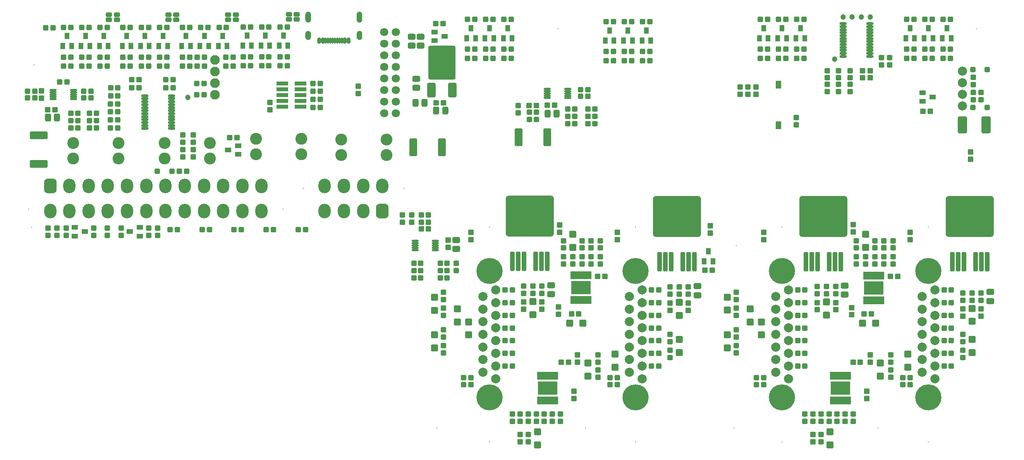
<source format=gbs>
G04*
G04 #@! TF.GenerationSoftware,Altium Limited,Altium Designer,24.3.1 (35)*
G04*
G04 Layer_Color=16711935*
%FSLAX25Y25*%
%MOIN*%
G70*
G04*
G04 #@! TF.SameCoordinates,03FD84D8-87D8-4BCB-B200-23DCDFDCD728*
G04*
G04*
G04 #@! TF.FilePolarity,Negative*
G04*
G01*
G75*
G04:AMPARAMS|DCode=37|XSize=47.37mil|YSize=45.4mil|CornerRadius=8.68mil|HoleSize=0mil|Usage=FLASHONLY|Rotation=270.000|XOffset=0mil|YOffset=0mil|HoleType=Round|Shape=RoundedRectangle|*
%AMROUNDEDRECTD37*
21,1,0.04737,0.02805,0,0,270.0*
21,1,0.03002,0.04540,0,0,270.0*
1,1,0.01735,-0.01403,-0.01501*
1,1,0.01735,-0.01403,0.01501*
1,1,0.01735,0.01403,0.01501*
1,1,0.01735,0.01403,-0.01501*
%
%ADD37ROUNDEDRECTD37*%
%ADD38C,0.04737*%
G04:AMPARAMS|DCode=39|XSize=47.37mil|YSize=47.37mil|CornerRadius=8.92mil|HoleSize=0mil|Usage=FLASHONLY|Rotation=90.000|XOffset=0mil|YOffset=0mil|HoleType=Round|Shape=RoundedRectangle|*
%AMROUNDEDRECTD39*
21,1,0.04737,0.02953,0,0,90.0*
21,1,0.02953,0.04737,0,0,90.0*
1,1,0.01784,0.01476,0.01476*
1,1,0.01784,0.01476,-0.01476*
1,1,0.01784,-0.01476,-0.01476*
1,1,0.01784,-0.01476,0.01476*
%
%ADD39ROUNDEDRECTD39*%
G04:AMPARAMS|DCode=43|XSize=47.37mil|YSize=47.37mil|CornerRadius=8.92mil|HoleSize=0mil|Usage=FLASHONLY|Rotation=0.000|XOffset=0mil|YOffset=0mil|HoleType=Round|Shape=RoundedRectangle|*
%AMROUNDEDRECTD43*
21,1,0.04737,0.02953,0,0,0.0*
21,1,0.02953,0.04737,0,0,0.0*
1,1,0.01784,0.01476,-0.01476*
1,1,0.01784,-0.01476,-0.01476*
1,1,0.01784,-0.01476,0.01476*
1,1,0.01784,0.01476,0.01476*
%
%ADD43ROUNDEDRECTD43*%
G04:AMPARAMS|DCode=44|XSize=65.09mil|YSize=51.31mil|CornerRadius=9.41mil|HoleSize=0mil|Usage=FLASHONLY|Rotation=0.000|XOffset=0mil|YOffset=0mil|HoleType=Round|Shape=RoundedRectangle|*
%AMROUNDEDRECTD44*
21,1,0.06509,0.03248,0,0,0.0*
21,1,0.04626,0.05131,0,0,0.0*
1,1,0.01883,0.02313,-0.01624*
1,1,0.01883,-0.02313,-0.01624*
1,1,0.01883,-0.02313,0.01624*
1,1,0.01883,0.02313,0.01624*
%
%ADD44ROUNDEDRECTD44*%
G04:AMPARAMS|DCode=49|XSize=47.37mil|YSize=45.4mil|CornerRadius=8.68mil|HoleSize=0mil|Usage=FLASHONLY|Rotation=180.000|XOffset=0mil|YOffset=0mil|HoleType=Round|Shape=RoundedRectangle|*
%AMROUNDEDRECTD49*
21,1,0.04737,0.02805,0,0,180.0*
21,1,0.03002,0.04540,0,0,180.0*
1,1,0.01735,-0.01501,0.01403*
1,1,0.01735,0.01501,0.01403*
1,1,0.01735,0.01501,-0.01403*
1,1,0.01735,-0.01501,-0.01403*
%
%ADD49ROUNDEDRECTD49*%
%ADD50R,0.05524X0.03950*%
G04:AMPARAMS|DCode=51|XSize=39.5mil|YSize=51.31mil|CornerRadius=7.94mil|HoleSize=0mil|Usage=FLASHONLY|Rotation=90.000|XOffset=0mil|YOffset=0mil|HoleType=Round|Shape=RoundedRectangle|*
%AMROUNDEDRECTD51*
21,1,0.03950,0.03543,0,0,90.0*
21,1,0.02362,0.05131,0,0,90.0*
1,1,0.01587,0.01772,0.01181*
1,1,0.01587,0.01772,-0.01181*
1,1,0.01587,-0.01772,-0.01181*
1,1,0.01587,-0.01772,0.01181*
%
%ADD51ROUNDEDRECTD51*%
G04:AMPARAMS|DCode=52|XSize=65.09mil|YSize=51.31mil|CornerRadius=9.41mil|HoleSize=0mil|Usage=FLASHONLY|Rotation=270.000|XOffset=0mil|YOffset=0mil|HoleType=Round|Shape=RoundedRectangle|*
%AMROUNDEDRECTD52*
21,1,0.06509,0.03248,0,0,270.0*
21,1,0.04626,0.05131,0,0,270.0*
1,1,0.01883,-0.01624,-0.02313*
1,1,0.01883,-0.01624,0.02313*
1,1,0.01883,0.01624,0.02313*
1,1,0.01883,0.01624,-0.02313*
%
%ADD52ROUNDEDRECTD52*%
%ADD56C,0.08280*%
%ADD57C,0.07887*%
%ADD58C,0.22453*%
%ADD59C,0.00800*%
%ADD60O,0.10642X0.12611*%
G04:AMPARAMS|DCode=61|XSize=106.42mil|YSize=126.11mil|CornerRadius=28.61mil|HoleSize=0mil|Usage=FLASHONLY|Rotation=0.000|XOffset=0mil|YOffset=0mil|HoleType=Round|Shape=RoundedRectangle|*
%AMROUNDEDRECTD61*
21,1,0.10642,0.06890,0,0,0.0*
21,1,0.04921,0.12611,0,0,0.0*
1,1,0.05721,0.02461,-0.03445*
1,1,0.05721,-0.02461,-0.03445*
1,1,0.05721,-0.02461,0.03445*
1,1,0.05721,0.02461,0.03445*
%
%ADD61ROUNDEDRECTD61*%
%ADD62C,0.07099*%
%ADD63C,0.10249*%
G04:AMPARAMS|DCode=100|XSize=31.62mil|YSize=51.31mil|CornerRadius=9.91mil|HoleSize=0mil|Usage=FLASHONLY|Rotation=0.000|XOffset=0mil|YOffset=0mil|HoleType=Round|Shape=RoundedRectangle|*
%AMROUNDEDRECTD100*
21,1,0.03162,0.03150,0,0,0.0*
21,1,0.01181,0.05131,0,0,0.0*
1,1,0.01981,0.00591,-0.01575*
1,1,0.01981,-0.00591,-0.01575*
1,1,0.01981,-0.00591,0.01575*
1,1,0.01981,0.00591,0.01575*
%
%ADD100ROUNDEDRECTD100*%
G04:AMPARAMS|DCode=101|XSize=19.81mil|YSize=51.31mil|CornerRadius=6.95mil|HoleSize=0mil|Usage=FLASHONLY|Rotation=0.000|XOffset=0mil|YOffset=0mil|HoleType=Round|Shape=RoundedRectangle|*
%AMROUNDEDRECTD101*
21,1,0.01981,0.03740,0,0,0.0*
21,1,0.00591,0.05131,0,0,0.0*
1,1,0.01391,0.00295,-0.01870*
1,1,0.01391,-0.00295,-0.01870*
1,1,0.01391,-0.00295,0.01870*
1,1,0.01391,0.00295,0.01870*
%
%ADD101ROUNDEDRECTD101*%
%ADD102O,0.06115X0.01981*%
G04:AMPARAMS|DCode=103|XSize=61.15mil|YSize=57.21mil|CornerRadius=8.92mil|HoleSize=0mil|Usage=FLASHONLY|Rotation=90.000|XOffset=0mil|YOffset=0mil|HoleType=Round|Shape=RoundedRectangle|*
%AMROUNDEDRECTD103*
21,1,0.06115,0.03937,0,0,90.0*
21,1,0.04331,0.05721,0,0,90.0*
1,1,0.01784,0.01968,0.02165*
1,1,0.01784,0.01968,-0.02165*
1,1,0.01784,-0.01968,-0.02165*
1,1,0.01784,-0.01968,0.02165*
%
%ADD103ROUNDEDRECTD103*%
G04:AMPARAMS|DCode=104|XSize=61.15mil|YSize=57.21mil|CornerRadius=8.92mil|HoleSize=0mil|Usage=FLASHONLY|Rotation=180.000|XOffset=0mil|YOffset=0mil|HoleType=Round|Shape=RoundedRectangle|*
%AMROUNDEDRECTD104*
21,1,0.06115,0.03937,0,0,180.0*
21,1,0.04331,0.05721,0,0,180.0*
1,1,0.01784,-0.02165,0.01968*
1,1,0.01784,0.02165,0.01968*
1,1,0.01784,0.02165,-0.01968*
1,1,0.01784,-0.02165,-0.01968*
%
%ADD104ROUNDEDRECTD104*%
%ADD105R,0.02572X0.06804*%
%ADD106R,0.16942X0.11627*%
%ADD107R,0.03950X0.05524*%
G04:AMPARAMS|DCode=108|XSize=45.4mil|YSize=43.43mil|CornerRadius=6.66mil|HoleSize=0mil|Usage=FLASHONLY|Rotation=90.000|XOffset=0mil|YOffset=0mil|HoleType=Round|Shape=RoundedRectangle|*
%AMROUNDEDRECTD108*
21,1,0.04540,0.03012,0,0,90.0*
21,1,0.03209,0.04343,0,0,90.0*
1,1,0.01332,0.01506,0.01604*
1,1,0.01332,0.01506,-0.01604*
1,1,0.01332,-0.01506,-0.01604*
1,1,0.01332,-0.01506,0.01604*
%
%ADD108ROUNDEDRECTD108*%
%ADD109O,0.06312X0.02572*%
G04:AMPARAMS|DCode=110|XSize=153.67mil|YSize=67.06mil|CornerRadius=11.38mil|HoleSize=0mil|Usage=FLASHONLY|Rotation=180.000|XOffset=0mil|YOffset=0mil|HoleType=Round|Shape=RoundedRectangle|*
%AMROUNDEDRECTD110*
21,1,0.15367,0.04429,0,0,180.0*
21,1,0.13091,0.06706,0,0,180.0*
1,1,0.02276,-0.06545,0.02215*
1,1,0.02276,0.06545,0.02215*
1,1,0.02276,0.06545,-0.02215*
1,1,0.02276,-0.06545,-0.02215*
%
%ADD110ROUNDEDRECTD110*%
%ADD111R,0.10249X0.03792*%
%ADD112R,0.05131X0.06706*%
G04:AMPARAMS|DCode=113|XSize=153.67mil|YSize=67.06mil|CornerRadius=11.38mil|HoleSize=0mil|Usage=FLASHONLY|Rotation=90.000|XOffset=0mil|YOffset=0mil|HoleType=Round|Shape=RoundedRectangle|*
%AMROUNDEDRECTD113*
21,1,0.15367,0.04429,0,0,90.0*
21,1,0.13091,0.06706,0,0,90.0*
1,1,0.02276,0.02215,0.06545*
1,1,0.02276,0.02215,-0.06545*
1,1,0.02276,-0.02215,-0.06545*
1,1,0.02276,-0.02215,0.06545*
%
%ADD113ROUNDEDRECTD113*%
G04:AMPARAMS|DCode=114|XSize=145.8mil|YSize=78.08mil|CornerRadius=12.76mil|HoleSize=0mil|Usage=FLASHONLY|Rotation=90.000|XOffset=0mil|YOffset=0mil|HoleType=Round|Shape=RoundedRectangle|*
%AMROUNDEDRECTD114*
21,1,0.14580,0.05256,0,0,90.0*
21,1,0.12028,0.07808,0,0,90.0*
1,1,0.02552,0.02628,0.06014*
1,1,0.02552,0.02628,-0.06014*
1,1,0.02552,-0.02628,-0.06014*
1,1,0.02552,-0.02628,0.06014*
%
%ADD114ROUNDEDRECTD114*%
G04:AMPARAMS|DCode=115|XSize=413.51mil|YSize=350.52mil|CornerRadius=21.13mil|HoleSize=0mil|Usage=FLASHONLY|Rotation=0.000|XOffset=0mil|YOffset=0mil|HoleType=Round|Shape=RoundedRectangle|*
%AMROUNDEDRECTD115*
21,1,0.41351,0.30827,0,0,0.0*
21,1,0.37126,0.35052,0,0,0.0*
1,1,0.04225,0.18563,-0.15413*
1,1,0.04225,-0.18563,-0.15413*
1,1,0.04225,-0.18563,0.15413*
1,1,0.04225,0.18563,0.15413*
%
%ADD115ROUNDEDRECTD115*%
G04:AMPARAMS|DCode=116|XSize=41.47mil|YSize=169.42mil|CornerRadius=12.37mil|HoleSize=0mil|Usage=FLASHONLY|Rotation=0.000|XOffset=0mil|YOffset=0mil|HoleType=Round|Shape=RoundedRectangle|*
%AMROUNDEDRECTD116*
21,1,0.04147,0.14469,0,0,0.0*
21,1,0.01673,0.16942,0,0,0.0*
1,1,0.02473,0.00837,-0.07234*
1,1,0.02473,-0.00837,-0.07234*
1,1,0.02473,-0.00837,0.07234*
1,1,0.02473,0.00837,0.07234*
%
%ADD116ROUNDEDRECTD116*%
G04:AMPARAMS|DCode=117|XSize=236.35mil|YSize=291.47mil|CornerRadius=15.42mil|HoleSize=0mil|Usage=FLASHONLY|Rotation=0.000|XOffset=0mil|YOffset=0mil|HoleType=Round|Shape=RoundedRectangle|*
%AMROUNDEDRECTD117*
21,1,0.23635,0.26063,0,0,0.0*
21,1,0.20551,0.29147,0,0,0.0*
1,1,0.03084,0.10276,-0.13031*
1,1,0.03084,-0.10276,-0.13031*
1,1,0.03084,-0.10276,0.13031*
1,1,0.03084,0.10276,0.13031*
%
%ADD117ROUNDEDRECTD117*%
G04:AMPARAMS|DCode=118|XSize=70.99mil|YSize=126.11mil|CornerRadius=11.87mil|HoleSize=0mil|Usage=FLASHONLY|Rotation=0.000|XOffset=0mil|YOffset=0mil|HoleType=Round|Shape=RoundedRectangle|*
%AMROUNDEDRECTD118*
21,1,0.07099,0.10236,0,0,0.0*
21,1,0.04724,0.12611,0,0,0.0*
1,1,0.02375,0.02362,-0.05118*
1,1,0.02375,-0.02362,-0.05118*
1,1,0.02375,-0.02362,0.05118*
1,1,0.02375,0.02362,0.05118*
%
%ADD118ROUNDEDRECTD118*%
%ADD119C,0.03556*%
G36*
X253588Y358271D02*
X253712Y358281D01*
X253834Y358297D01*
X253956Y358319D01*
X254076Y358348D01*
X254194Y358383D01*
X254311Y358425D01*
X254425Y358472D01*
X254537Y358525D01*
X254646Y358584D01*
X254751Y358649D01*
X254853Y358719D01*
X254951Y358794D01*
X255045Y358875D01*
X255135Y358960D01*
X255220Y359049D01*
X255300Y359143D01*
X255376Y359242D01*
X255446Y359343D01*
X255510Y359449D01*
X255569Y359558D01*
X255623Y359669D01*
X255670Y359783D01*
X255711Y359900D01*
X255746Y360018D01*
X255775Y360139D01*
X255798Y360260D01*
X255814Y360383D01*
X255823Y360506D01*
X255827Y360630D01*
Y363779D01*
X255823Y363903D01*
X255814Y364026D01*
X255798Y364149D01*
X255775Y364271D01*
X255746Y364391D01*
X255711Y364510D01*
X255670Y364626D01*
X255623Y364740D01*
X255569Y364852D01*
X255510Y364961D01*
X255446Y365066D01*
X255376Y365168D01*
X255300Y365266D01*
X255220Y365360D01*
X255135Y365450D01*
X255045Y365535D01*
X254951Y365615D01*
X254853Y365691D01*
X254751Y365761D01*
X254646Y365825D01*
X254537Y365884D01*
X254425Y365937D01*
X254311Y365985D01*
X254194Y366026D01*
X254076Y366061D01*
X253956Y366090D01*
X253834Y366113D01*
X253712Y366129D01*
X253588Y366139D01*
X253465Y366142D01*
X253341Y366139D01*
X253218Y366129D01*
X253095Y366113D01*
X252973Y366090D01*
X252853Y366061D01*
X252735Y366026D01*
X252618Y365985D01*
X252504Y365937D01*
X252392Y365884D01*
X252283Y365825D01*
X252178Y365761D01*
X252076Y365691D01*
X251978Y365615D01*
X251884Y365535D01*
X251794Y365450D01*
X251709Y365360D01*
X251629Y365266D01*
X251554Y365168D01*
X251483Y365066D01*
X251419Y364961D01*
X251360Y364852D01*
X251307Y364740D01*
X251259Y364626D01*
X251218Y364510D01*
X251183Y364391D01*
X251154Y364271D01*
X251131Y364149D01*
X251115Y364026D01*
X251106Y363903D01*
X251102Y363779D01*
Y360630D01*
X251106Y360506D01*
X251115Y360383D01*
X251131Y360260D01*
X251154Y360139D01*
X251183Y360019D01*
X251218Y359900D01*
X251259Y359783D01*
X251307Y359669D01*
X251360Y359558D01*
X251419Y359449D01*
X251483Y359343D01*
X251554Y359241D01*
X251629Y359143D01*
X251709Y359049D01*
X251794Y358960D01*
X251884Y358875D01*
X251978Y358794D01*
X252076Y358719D01*
X252178Y358649D01*
X252283Y358584D01*
X252392Y358525D01*
X252504Y358472D01*
X252618Y358425D01*
X252735Y358383D01*
X252853Y358348D01*
X252973Y358319D01*
X253095Y358297D01*
X253218Y358281D01*
X253341Y358271D01*
X253465Y358268D01*
X253588Y358271D01*
D02*
G37*
G36*
Y373232D02*
X253712Y373241D01*
X253834Y373257D01*
X253956Y373280D01*
X254076Y373309D01*
X254194Y373344D01*
X254311Y373385D01*
X254425Y373433D01*
X254537Y373486D01*
X254646Y373545D01*
X254751Y373609D01*
X254853Y373679D01*
X254951Y373755D01*
X255045Y373835D01*
X255135Y373920D01*
X255220Y374010D01*
X255300Y374104D01*
X255376Y374202D01*
X255446Y374304D01*
X255510Y374409D01*
X255569Y374518D01*
X255623Y374630D01*
X255670Y374744D01*
X255711Y374861D01*
X255746Y374979D01*
X255775Y375099D01*
X255798Y375221D01*
X255814Y375344D01*
X255823Y375467D01*
X255827Y375591D01*
Y380315D01*
X255823Y380439D01*
X255814Y380562D01*
X255798Y380684D01*
X255775Y380806D01*
X255746Y380926D01*
X255711Y381045D01*
X255670Y381161D01*
X255623Y381276D01*
X255569Y381387D01*
X255510Y381496D01*
X255446Y381602D01*
X255376Y381703D01*
X255300Y381802D01*
X255220Y381896D01*
X255135Y381985D01*
X255045Y382070D01*
X254951Y382151D01*
X254853Y382226D01*
X254751Y382296D01*
X254646Y382361D01*
X254537Y382420D01*
X254425Y382473D01*
X254311Y382520D01*
X254194Y382561D01*
X254076Y382597D01*
X253956Y382626D01*
X253834Y382648D01*
X253712Y382664D01*
X253588Y382674D01*
X253465Y382677D01*
X253341Y382674D01*
X253218Y382664D01*
X253095Y382648D01*
X252973Y382626D01*
X252853Y382597D01*
X252735Y382561D01*
X252618Y382520D01*
X252504Y382473D01*
X252392Y382420D01*
X252284Y382361D01*
X252178Y382296D01*
X252076Y382226D01*
X251978Y382151D01*
X251884Y382070D01*
X251794Y381985D01*
X251709Y381896D01*
X251629Y381802D01*
X251554Y381703D01*
X251483Y381602D01*
X251419Y381496D01*
X251360Y381387D01*
X251307Y381276D01*
X251259Y381161D01*
X251218Y381045D01*
X251183Y380926D01*
X251154Y380806D01*
X251131Y380684D01*
X251115Y380562D01*
X251106Y380439D01*
X251102Y380315D01*
Y375591D01*
X251106Y375467D01*
X251115Y375344D01*
X251131Y375221D01*
X251154Y375099D01*
X251183Y374979D01*
X251218Y374861D01*
X251259Y374744D01*
X251307Y374630D01*
X251360Y374518D01*
X251419Y374409D01*
X251483Y374304D01*
X251554Y374202D01*
X251629Y374104D01*
X251709Y374010D01*
X251794Y373920D01*
X251884Y373835D01*
X251978Y373755D01*
X252076Y373679D01*
X252178Y373609D01*
X252283Y373545D01*
X252392Y373486D01*
X252504Y373433D01*
X252618Y373385D01*
X252735Y373344D01*
X252853Y373309D01*
X252973Y373280D01*
X253095Y373257D01*
X253218Y373241D01*
X253341Y373232D01*
X253465Y373228D01*
X253588Y373232D01*
D02*
G37*
G36*
X297840Y358271D02*
X297964Y358281D01*
X298086Y358297D01*
X298208Y358319D01*
X298328Y358348D01*
X298446Y358383D01*
X298563Y358425D01*
X298677Y358472D01*
X298789Y358525D01*
X298898Y358584D01*
X299003Y358649D01*
X299105Y358719D01*
X299203Y358794D01*
X299297Y358875D01*
X299387Y358960D01*
X299472Y359049D01*
X299552Y359143D01*
X299628Y359242D01*
X299698Y359343D01*
X299762Y359449D01*
X299821Y359558D01*
X299874Y359669D01*
X299922Y359783D01*
X299963Y359900D01*
X299998Y360019D01*
X300027Y360139D01*
X300050Y360260D01*
X300066Y360383D01*
X300076Y360506D01*
X300079Y360630D01*
Y363779D01*
X300076Y363903D01*
X300066Y364026D01*
X300050Y364149D01*
X300027Y364271D01*
X299998Y364391D01*
X299963Y364510D01*
X299922Y364626D01*
X299874Y364740D01*
X299821Y364852D01*
X299762Y364961D01*
X299698Y365066D01*
X299628Y365168D01*
X299552Y365266D01*
X299472Y365360D01*
X299387Y365450D01*
X299297Y365535D01*
X299203Y365615D01*
X299105Y365691D01*
X299003Y365761D01*
X298898Y365825D01*
X298789Y365884D01*
X298677Y365937D01*
X298563Y365985D01*
X298446Y366026D01*
X298328Y366061D01*
X298208Y366090D01*
X298086Y366113D01*
X297964Y366129D01*
X297840Y366139D01*
X297716Y366142D01*
X297593Y366139D01*
X297470Y366129D01*
X297347Y366113D01*
X297225Y366090D01*
X297105Y366061D01*
X296987Y366026D01*
X296870Y365985D01*
X296756Y365937D01*
X296644Y365884D01*
X296535Y365825D01*
X296430Y365761D01*
X296328Y365691D01*
X296230Y365615D01*
X296136Y365535D01*
X296046Y365450D01*
X295961Y365360D01*
X295881Y365266D01*
X295806Y365168D01*
X295735Y365066D01*
X295671Y364961D01*
X295612Y364852D01*
X295559Y364740D01*
X295511Y364626D01*
X295470Y364510D01*
X295435Y364391D01*
X295406Y364271D01*
X295383Y364149D01*
X295367Y364026D01*
X295358Y363903D01*
X295354Y363779D01*
X295354Y360630D01*
X295358Y360506D01*
X295367Y360383D01*
X295383Y360260D01*
X295406Y360139D01*
X295435Y360019D01*
X295470Y359900D01*
X295511Y359783D01*
X295559Y359669D01*
X295612Y359558D01*
X295671Y359449D01*
X295735Y359343D01*
X295806Y359242D01*
X295881Y359143D01*
X295961Y359049D01*
X296046Y358960D01*
X296136Y358875D01*
X296230Y358794D01*
X296328Y358719D01*
X296430Y358649D01*
X296535Y358584D01*
X296644Y358525D01*
X296756Y358472D01*
X296870Y358425D01*
X296987Y358383D01*
X297105Y358348D01*
X297225Y358319D01*
X297347Y358297D01*
X297470Y358281D01*
X297593Y358271D01*
X297716Y358268D01*
X297840Y358271D01*
D02*
G37*
G36*
Y373232D02*
X297964Y373241D01*
X298086Y373257D01*
X298208Y373280D01*
X298328Y373309D01*
X298446Y373344D01*
X298563Y373385D01*
X298677Y373433D01*
X298789Y373486D01*
X298898Y373545D01*
X299003Y373609D01*
X299105Y373679D01*
X299203Y373755D01*
X299297Y373835D01*
X299387Y373920D01*
X299472Y374010D01*
X299552Y374104D01*
X299628Y374202D01*
X299698Y374304D01*
X299762Y374409D01*
X299821Y374518D01*
X299874Y374630D01*
X299922Y374744D01*
X299963Y374861D01*
X299998Y374979D01*
X300027Y375099D01*
X300050Y375221D01*
X300066Y375344D01*
X300076Y375467D01*
X300079Y375591D01*
Y377953D01*
X300079Y380315D01*
X300076Y380439D01*
X300066Y380562D01*
X300050Y380684D01*
X300027Y380806D01*
X299998Y380926D01*
X299963Y381045D01*
X299922Y381161D01*
X299874Y381276D01*
X299821Y381387D01*
X299762Y381496D01*
X299698Y381602D01*
X299628Y381703D01*
X299552Y381802D01*
X299472Y381896D01*
X299387Y381985D01*
X299297Y382070D01*
X299203Y382151D01*
X299105Y382226D01*
X299003Y382296D01*
X298898Y382361D01*
X298789Y382420D01*
X298677Y382473D01*
X298563Y382520D01*
X298446Y382561D01*
X298328Y382597D01*
X298208Y382626D01*
X298086Y382648D01*
X297963Y382664D01*
X297840Y382674D01*
X297716Y382677D01*
X297593Y382674D01*
X297470Y382664D01*
X297347Y382648D01*
X297225Y382626D01*
X297105Y382597D01*
X296987Y382561D01*
X296870Y382520D01*
X296756Y382473D01*
X296644Y382420D01*
X296535Y382361D01*
X296430Y382296D01*
X296328Y382226D01*
X296230Y382151D01*
X296136Y382070D01*
X296046Y381985D01*
X295961Y381896D01*
X295881Y381802D01*
X295806Y381703D01*
X295735Y381602D01*
X295671Y381496D01*
X295612Y381387D01*
X295559Y381276D01*
X295511Y381161D01*
X295470Y381045D01*
X295435Y380926D01*
X295406Y380806D01*
X295383Y380684D01*
X295367Y380562D01*
X295358Y380439D01*
X295354Y380315D01*
X295354Y377953D01*
X295354Y375591D01*
X295358Y375467D01*
X295367Y375344D01*
X295383Y375221D01*
X295406Y375099D01*
X295435Y374979D01*
X295470Y374861D01*
X295511Y374744D01*
X295559Y374630D01*
X295612Y374518D01*
X295671Y374409D01*
X295735Y374304D01*
X295806Y374202D01*
X295881Y374104D01*
X295961Y374010D01*
X296046Y373920D01*
X296136Y373835D01*
X296230Y373755D01*
X296328Y373679D01*
X296430Y373609D01*
X296535Y373545D01*
X296644Y373486D01*
X296756Y373433D01*
X296870Y373385D01*
X296987Y373344D01*
X297105Y373309D01*
X297225Y373280D01*
X297347Y373257D01*
X297470Y373241D01*
X297593Y373232D01*
X297716Y373228D01*
X297840Y373232D01*
D02*
G37*
D37*
X771654Y61024D02*
D03*
X765354D02*
D03*
X771654Y66929D02*
D03*
X765354D02*
D03*
X645669Y61024D02*
D03*
X639370D02*
D03*
X645669Y66929D02*
D03*
X639370D02*
D03*
X387402Y61024D02*
D03*
X393701D02*
D03*
X387402Y66929D02*
D03*
X393701D02*
D03*
X513386Y61024D02*
D03*
X519685D02*
D03*
X513386Y66929D02*
D03*
X519685D02*
D03*
X429134Y77112D02*
D03*
X422835D02*
D03*
X429134Y88029D02*
D03*
X422835D02*
D03*
X422835Y98945D02*
D03*
X429134D02*
D03*
X429134Y109862D02*
D03*
X422835D02*
D03*
X429134Y120778D02*
D03*
X422835D02*
D03*
X422835Y131694D02*
D03*
X429134D02*
D03*
Y142611D02*
D03*
X422835D02*
D03*
X555118Y77112D02*
D03*
X548819D02*
D03*
X555118Y88029D02*
D03*
X548819D02*
D03*
X548819Y98945D02*
D03*
X555118D02*
D03*
X555118Y109862D02*
D03*
X548819D02*
D03*
X555118Y120778D02*
D03*
X548819D02*
D03*
X548819Y131694D02*
D03*
X555118D02*
D03*
Y142611D02*
D03*
X548819D02*
D03*
X674803Y77112D02*
D03*
X681102D02*
D03*
X674803Y88029D02*
D03*
X681102D02*
D03*
X674803Y98945D02*
D03*
X681102D02*
D03*
X674803Y109862D02*
D03*
X681102D02*
D03*
X674803Y120778D02*
D03*
X681102D02*
D03*
Y131694D02*
D03*
X674803D02*
D03*
Y142611D02*
D03*
X681102D02*
D03*
X800787Y77112D02*
D03*
X807087D02*
D03*
X800787Y88029D02*
D03*
X807087Y88029D02*
D03*
X800787Y98945D02*
D03*
X807087D02*
D03*
X800787Y109862D02*
D03*
X807087D02*
D03*
X800787Y120778D02*
D03*
X807087D02*
D03*
X807087Y131694D02*
D03*
X800787D02*
D03*
X800787Y142611D02*
D03*
X807087Y142611D02*
D03*
X131890Y335630D02*
D03*
X125591D02*
D03*
X116142D02*
D03*
X109843D02*
D03*
X100394D02*
D03*
X94095D02*
D03*
Y343504D02*
D03*
X100394D02*
D03*
X109843D02*
D03*
X116142D02*
D03*
X125591D02*
D03*
X131890D02*
D03*
X164370Y335630D02*
D03*
X158071D02*
D03*
Y343504D02*
D03*
X164370D02*
D03*
X145276Y343504D02*
D03*
X151575Y343504D02*
D03*
X151575Y335630D02*
D03*
X145276Y335630D02*
D03*
X64961Y335630D02*
D03*
X58661D02*
D03*
X80709D02*
D03*
X74409D02*
D03*
Y343504D02*
D03*
X80709D02*
D03*
X58661D02*
D03*
X64961D02*
D03*
X83268Y282480D02*
D03*
X89567D02*
D03*
Y289370D02*
D03*
X83268D02*
D03*
Y296260D02*
D03*
X89567D02*
D03*
X83268Y303150D02*
D03*
X89567D02*
D03*
X83465Y310039D02*
D03*
X89764D02*
D03*
Y316929D02*
D03*
X83465D02*
D03*
X60236Y308268D02*
D03*
X66535D02*
D03*
X60236Y314173D02*
D03*
X66535D02*
D03*
X134646Y194882D02*
D03*
X140945D02*
D03*
X244882D02*
D03*
X251181D02*
D03*
X217323D02*
D03*
X223622D02*
D03*
X189764D02*
D03*
X196063D02*
D03*
X162205D02*
D03*
X168504D02*
D03*
X148819Y245079D02*
D03*
X142520D02*
D03*
X18307Y308268D02*
D03*
X12008D02*
D03*
X18307Y314173D02*
D03*
X12008D02*
D03*
X49213Y335630D02*
D03*
X42913D02*
D03*
Y343504D02*
D03*
X49213D02*
D03*
X137402Y324016D02*
D03*
X131102D02*
D03*
X130905Y316929D02*
D03*
X137205D02*
D03*
X163779Y311024D02*
D03*
X157480D02*
D03*
X163779Y320866D02*
D03*
X157480D02*
D03*
X204012Y369445D02*
D03*
X197713D02*
D03*
X219760D02*
D03*
X213461D02*
D03*
X235508D02*
D03*
X229209D02*
D03*
X145276Y369094D02*
D03*
X151575D02*
D03*
X183071D02*
D03*
X176772D02*
D03*
X167323D02*
D03*
X161024D02*
D03*
X131890D02*
D03*
X125591D02*
D03*
X116142D02*
D03*
X109843D02*
D03*
X100394D02*
D03*
X94095D02*
D03*
X33858Y368898D02*
D03*
X27559D02*
D03*
X42913Y369094D02*
D03*
X49213D02*
D03*
X64961D02*
D03*
X58661D02*
D03*
X80709D02*
D03*
X74409D02*
D03*
X204012Y335980D02*
D03*
X197713D02*
D03*
X188976Y335630D02*
D03*
X182677D02*
D03*
Y343504D02*
D03*
X188976D02*
D03*
X197713Y343854D02*
D03*
X204012D02*
D03*
X219760Y335980D02*
D03*
X213461D02*
D03*
Y343854D02*
D03*
X219760D02*
D03*
X229209D02*
D03*
X235508D02*
D03*
Y335980D02*
D03*
X229209D02*
D03*
X263835Y300170D02*
D03*
X257535Y300170D02*
D03*
X257535Y307130D02*
D03*
X263835D02*
D03*
X263835Y314089D02*
D03*
X257535Y314089D02*
D03*
X257480Y320866D02*
D03*
X263780D02*
D03*
X774803Y342520D02*
D03*
X768504D02*
D03*
Y350394D02*
D03*
X774803D02*
D03*
X790551Y342520D02*
D03*
X784252D02*
D03*
Y350394D02*
D03*
X790551D02*
D03*
X800000D02*
D03*
X806299D02*
D03*
Y342520D02*
D03*
X800000D02*
D03*
X674016Y350394D02*
D03*
X680315D02*
D03*
Y342520D02*
D03*
X674016Y342520D02*
D03*
X664567D02*
D03*
X658268Y342520D02*
D03*
Y350394D02*
D03*
X664567D02*
D03*
X642520D02*
D03*
X648819D02*
D03*
Y342520D02*
D03*
X642520D02*
D03*
X406301Y342519D02*
D03*
X412601D02*
D03*
X390553D02*
D03*
X396852D02*
D03*
X396852Y350394D02*
D03*
X390553D02*
D03*
X412601D02*
D03*
X406301D02*
D03*
X428349D02*
D03*
X422049D02*
D03*
Y342519D02*
D03*
X428349Y342519D02*
D03*
X541366Y348425D02*
D03*
X547665Y348425D02*
D03*
Y340551D02*
D03*
X541366D02*
D03*
X531917D02*
D03*
X525618D02*
D03*
Y348425D02*
D03*
X531917D02*
D03*
X509870D02*
D03*
X516169Y348425D02*
D03*
Y340551D02*
D03*
X509870D02*
D03*
X494291Y315551D02*
D03*
X487992D02*
D03*
X494291Y309646D02*
D03*
X487992D02*
D03*
X390553Y375984D02*
D03*
X396852D02*
D03*
X412601D02*
D03*
X406301D02*
D03*
X428349D02*
D03*
X422049D02*
D03*
X516169Y374016D02*
D03*
X509870D02*
D03*
X525618D02*
D03*
X531917D02*
D03*
X541366D02*
D03*
X547665D02*
D03*
X648819Y375984D02*
D03*
X642520D02*
D03*
X658268D02*
D03*
X664567D02*
D03*
X674016D02*
D03*
X680315D02*
D03*
X784252Y375984D02*
D03*
X790551D02*
D03*
X774803D02*
D03*
X768504D02*
D03*
X800000D02*
D03*
X806299D02*
D03*
X39567Y322047D02*
D03*
X45866D02*
D03*
D38*
X150000Y308661D02*
D03*
X706693Y341732D02*
D03*
X713779Y377953D02*
D03*
X721654D02*
D03*
X729528D02*
D03*
X737401D02*
D03*
D39*
X350787Y195276D02*
D03*
X357087Y195276D02*
D03*
X761024Y154528D02*
D03*
X754724Y154527D02*
D03*
X502756Y154528D02*
D03*
X509055D02*
D03*
X486417Y122047D02*
D03*
X480118D02*
D03*
X477559Y80315D02*
D03*
X471260D02*
D03*
X722441D02*
D03*
X728740D02*
D03*
X732087Y122047D02*
D03*
X738386D02*
D03*
X594882Y159843D02*
D03*
X601181D02*
D03*
X101575Y316929D02*
D03*
X107874D02*
D03*
X101575Y324016D02*
D03*
X107874D02*
D03*
X192126Y274016D02*
D03*
X185827D02*
D03*
X29331Y298228D02*
D03*
X35630D02*
D03*
X459252Y301969D02*
D03*
X465551D02*
D03*
X450000Y301698D02*
D03*
X443701D02*
D03*
X363583Y304134D02*
D03*
X369882Y304134D02*
D03*
X782677Y296850D02*
D03*
X788976D02*
D03*
X363386Y372441D02*
D03*
X369685D02*
D03*
D43*
X374016Y185827D02*
D03*
Y179528D02*
D03*
X497047Y178937D02*
D03*
Y185236D02*
D03*
X749016Y185236D02*
D03*
Y178937D02*
D03*
X468898Y127953D02*
D03*
Y121653D02*
D03*
X485236Y86811D02*
D03*
Y80512D02*
D03*
X482283Y55315D02*
D03*
Y49016D02*
D03*
X734252D02*
D03*
Y55315D02*
D03*
X737205Y80315D02*
D03*
Y86614D02*
D03*
X438976Y125984D02*
D03*
Y132283D02*
D03*
X454724Y125984D02*
D03*
Y132283D02*
D03*
X564961Y125197D02*
D03*
Y131496D02*
D03*
X580709Y125197D02*
D03*
Y131496D02*
D03*
X691693Y131890D02*
D03*
Y125591D02*
D03*
X707441Y131890D02*
D03*
Y125591D02*
D03*
X721260Y121260D02*
D03*
Y127559D02*
D03*
X393701Y192520D02*
D03*
Y186221D02*
D03*
X470079Y198819D02*
D03*
Y192520D02*
D03*
X519685Y192520D02*
D03*
Y186221D02*
D03*
X599606Y198031D02*
D03*
Y191732D02*
D03*
X645669Y186221D02*
D03*
Y192520D02*
D03*
X816929Y120079D02*
D03*
Y126378D02*
D03*
X832677Y120079D02*
D03*
Y126378D02*
D03*
X722441Y192717D02*
D03*
Y199016D02*
D03*
X771654Y192520D02*
D03*
Y186221D02*
D03*
X24016Y308071D02*
D03*
Y314370D02*
D03*
X220472Y298031D02*
D03*
X220472Y304331D02*
D03*
X296457Y312205D02*
D03*
Y318504D02*
D03*
X730709Y325590D02*
D03*
Y331890D02*
D03*
X737402Y325590D02*
D03*
Y331890D02*
D03*
X639013Y311381D02*
D03*
X639013Y317680D02*
D03*
X687992Y17913D02*
D03*
Y11614D02*
D03*
X823622Y255512D02*
D03*
Y261811D02*
D03*
X436024Y17913D02*
D03*
Y11614D02*
D03*
D44*
X381102Y177953D02*
D03*
Y185827D02*
D03*
X462598Y138976D02*
D03*
Y146850D02*
D03*
X588582Y138189D02*
D03*
Y146063D02*
D03*
X715315Y146456D02*
D03*
Y138582D02*
D03*
X840551Y133071D02*
D03*
Y140945D02*
D03*
X346457Y316929D02*
D03*
Y324803D02*
D03*
X342520Y361221D02*
D03*
Y353346D02*
D03*
X350394Y361221D02*
D03*
Y353346D02*
D03*
D49*
X725394Y178937D02*
D03*
Y185236D02*
D03*
X350394Y153150D02*
D03*
X350394Y159449D02*
D03*
Y165748D02*
D03*
Y159449D02*
D03*
X344488D02*
D03*
Y165748D02*
D03*
Y153150D02*
D03*
Y159449D02*
D03*
X367126D02*
D03*
Y165748D02*
D03*
Y153150D02*
D03*
Y159449D02*
D03*
X373031Y153150D02*
D03*
Y159449D02*
D03*
Y165748D02*
D03*
Y159449D02*
D03*
X381102Y165748D02*
D03*
Y159449D02*
D03*
X334646Y201181D02*
D03*
X334646Y207480D02*
D03*
X342520Y201181D02*
D03*
X342520Y207480D02*
D03*
X350787Y207480D02*
D03*
Y201181D02*
D03*
X357087Y207480D02*
D03*
Y201181D02*
D03*
X504921Y171457D02*
D03*
Y165157D02*
D03*
X497047Y165157D02*
D03*
Y171457D02*
D03*
X489173Y165157D02*
D03*
X489173Y171457D02*
D03*
X481299D02*
D03*
Y165157D02*
D03*
X733268D02*
D03*
Y171457D02*
D03*
X741142D02*
D03*
Y165157D02*
D03*
X749016Y171457D02*
D03*
Y165157D02*
D03*
X756890D02*
D03*
Y171457D02*
D03*
X473425D02*
D03*
Y165157D02*
D03*
X725394D02*
D03*
Y171457D02*
D03*
X489173Y178937D02*
D03*
Y185236D02*
D03*
X504921Y178937D02*
D03*
Y185236D02*
D03*
X741142Y185236D02*
D03*
Y178937D02*
D03*
X756890Y185236D02*
D03*
Y178937D02*
D03*
X502984Y67323D02*
D03*
Y73622D02*
D03*
Y80315D02*
D03*
Y86614D02*
D03*
X754953Y73622D02*
D03*
Y67323D02*
D03*
Y86614D02*
D03*
Y80315D02*
D03*
X622047Y94685D02*
D03*
Y88386D02*
D03*
Y108465D02*
D03*
Y102165D02*
D03*
X622056Y127136D02*
D03*
Y120837D02*
D03*
X622047Y140748D02*
D03*
Y134449D02*
D03*
X564961Y90748D02*
D03*
Y84449D02*
D03*
Y104528D02*
D03*
Y98228D02*
D03*
X370079Y88386D02*
D03*
Y94685D02*
D03*
Y102165D02*
D03*
Y108465D02*
D03*
Y120669D02*
D03*
Y126969D02*
D03*
Y134449D02*
D03*
Y140748D02*
D03*
X438976Y139764D02*
D03*
Y146063D02*
D03*
X446850Y139764D02*
D03*
Y146063D02*
D03*
X454724Y139764D02*
D03*
Y146063D02*
D03*
X564961Y138976D02*
D03*
Y145276D02*
D03*
X572835Y138976D02*
D03*
Y145276D02*
D03*
X580709Y138976D02*
D03*
Y145276D02*
D03*
X691693Y145669D02*
D03*
Y139370D02*
D03*
X699567Y145669D02*
D03*
Y139370D02*
D03*
X707441Y145669D02*
D03*
Y139370D02*
D03*
X816929Y98228D02*
D03*
Y104528D02*
D03*
Y84449D02*
D03*
Y90748D02*
D03*
Y133858D02*
D03*
Y140157D02*
D03*
X824803Y133858D02*
D03*
Y140157D02*
D03*
X832677Y133858D02*
D03*
Y140157D02*
D03*
X29528Y196063D02*
D03*
Y189764D02*
D03*
X37402Y196063D02*
D03*
Y189764D02*
D03*
X45276Y196063D02*
D03*
Y189764D02*
D03*
X68898Y196063D02*
D03*
X68898Y189764D02*
D03*
X80709Y196063D02*
D03*
Y189764D02*
D03*
X92520Y196063D02*
D03*
Y189764D02*
D03*
X116142Y196063D02*
D03*
Y189764D02*
D03*
X124016D02*
D03*
Y196063D02*
D03*
X145669Y270079D02*
D03*
X145669Y276378D02*
D03*
Y257283D02*
D03*
Y263583D02*
D03*
X154528Y257283D02*
D03*
Y263583D02*
D03*
Y270079D02*
D03*
Y276378D02*
D03*
X65354Y288779D02*
D03*
Y282480D02*
D03*
X71260Y288779D02*
D03*
Y282480D02*
D03*
Y288779D02*
D03*
Y295079D02*
D03*
X65354D02*
D03*
Y288779D02*
D03*
X49409Y295079D02*
D03*
Y288779D02*
D03*
X55315D02*
D03*
Y295079D02*
D03*
Y288779D02*
D03*
Y282480D02*
D03*
X49409Y288779D02*
D03*
Y282480D02*
D03*
X443898Y295989D02*
D03*
Y289690D02*
D03*
X449803Y295989D02*
D03*
Y289690D02*
D03*
X434252Y301575D02*
D03*
Y295276D02*
D03*
X482874Y298819D02*
D03*
X482874Y292520D02*
D03*
X476968Y298819D02*
D03*
Y292520D02*
D03*
X476968Y286221D02*
D03*
X476968Y292520D02*
D03*
X482874D02*
D03*
Y286221D02*
D03*
X500197Y286221D02*
D03*
Y292520D02*
D03*
X494291Y292520D02*
D03*
X494291Y286221D02*
D03*
Y292520D02*
D03*
Y298819D02*
D03*
X500197Y292520D02*
D03*
X500197Y298819D02*
D03*
X700197Y320079D02*
D03*
Y313779D02*
D03*
X710039Y320079D02*
D03*
Y313779D02*
D03*
X719882Y320079D02*
D03*
Y313779D02*
D03*
X700197Y331890D02*
D03*
X700197Y325590D02*
D03*
X710039Y331890D02*
D03*
Y325590D02*
D03*
X719882D02*
D03*
Y331890D02*
D03*
X825787Y306890D02*
D03*
Y313189D02*
D03*
X832677D02*
D03*
Y306890D02*
D03*
X825787Y326181D02*
D03*
Y319882D02*
D03*
X747047Y336614D02*
D03*
Y342913D02*
D03*
X753937Y336614D02*
D03*
Y342913D02*
D03*
X625197Y311417D02*
D03*
X625197Y317717D02*
D03*
X632053Y311381D02*
D03*
Y317680D02*
D03*
X673622Y291339D02*
D03*
Y285039D02*
D03*
X687992Y29331D02*
D03*
Y35630D02*
D03*
X701772Y29331D02*
D03*
Y35630D02*
D03*
X694882Y29331D02*
D03*
Y35630D02*
D03*
Y11614D02*
D03*
Y17913D02*
D03*
X715551Y35630D02*
D03*
Y29331D02*
D03*
X708661Y35630D02*
D03*
X708661Y29331D02*
D03*
X681102Y35630D02*
D03*
Y29331D02*
D03*
X722441Y35630D02*
D03*
Y29331D02*
D03*
X473425Y178937D02*
D03*
Y185236D02*
D03*
X456693Y35630D02*
D03*
Y29331D02*
D03*
X442913Y11614D02*
D03*
Y17913D02*
D03*
X463583Y35630D02*
D03*
Y29331D02*
D03*
X449803D02*
D03*
Y35630D02*
D03*
X429134D02*
D03*
Y29331D02*
D03*
X470472Y35630D02*
D03*
Y29331D02*
D03*
X436024D02*
D03*
Y35630D02*
D03*
X442913Y29331D02*
D03*
Y35630D02*
D03*
D50*
X52756Y189173D02*
D03*
X52756Y196653D02*
D03*
X61417Y192913D02*
D03*
X108661Y196653D02*
D03*
Y189173D02*
D03*
X100000Y192913D02*
D03*
X184646Y263386D02*
D03*
X193307Y259646D02*
D03*
Y267126D02*
D03*
X782283Y305315D02*
D03*
Y312795D02*
D03*
X790945Y309055D02*
D03*
X370866Y361417D02*
D03*
X362205Y365158D02*
D03*
Y357677D02*
D03*
D51*
X88779Y375787D02*
D03*
Y380118D02*
D03*
X82087Y375787D02*
D03*
Y380118D02*
D03*
X139961Y375787D02*
D03*
Y380118D02*
D03*
X133268Y375787D02*
D03*
Y380118D02*
D03*
X191142Y375787D02*
D03*
Y380118D02*
D03*
X184449Y375787D02*
D03*
Y380118D02*
D03*
X243579Y376138D02*
D03*
Y380469D02*
D03*
X236886Y376138D02*
D03*
Y380469D02*
D03*
D52*
X29528Y291339D02*
D03*
X37402D02*
D03*
X467323Y294882D02*
D03*
X459449D02*
D03*
X371457Y297244D02*
D03*
X363583D02*
D03*
X345866Y304134D02*
D03*
X353740D02*
D03*
D56*
X173228Y341024D02*
D03*
X173228Y331024D02*
D03*
X173228Y321024D02*
D03*
Y311024D02*
D03*
D57*
X816732Y301496D02*
D03*
Y311496D02*
D03*
Y321496D02*
D03*
Y331496D02*
D03*
X781802Y104411D02*
D03*
Y115311D02*
D03*
Y126211D02*
D03*
Y137111D02*
D03*
Y93511D02*
D03*
Y82611D02*
D03*
Y71711D02*
D03*
X793002Y109911D02*
D03*
Y98911D02*
D03*
Y120811D02*
D03*
Y131711D02*
D03*
Y142611D02*
D03*
Y88011D02*
D03*
Y77111D02*
D03*
Y66211D02*
D03*
X667017D02*
D03*
Y77111D02*
D03*
Y88011D02*
D03*
Y142611D02*
D03*
Y131711D02*
D03*
Y120811D02*
D03*
Y98911D02*
D03*
Y109911D02*
D03*
X655817Y71711D02*
D03*
Y82611D02*
D03*
Y93511D02*
D03*
Y137111D02*
D03*
Y126211D02*
D03*
Y115311D02*
D03*
Y104411D02*
D03*
X529833D02*
D03*
Y115311D02*
D03*
Y126211D02*
D03*
Y137111D02*
D03*
Y93511D02*
D03*
Y82611D02*
D03*
Y71711D02*
D03*
X541033Y109911D02*
D03*
Y98911D02*
D03*
Y120811D02*
D03*
Y131711D02*
D03*
Y142611D02*
D03*
Y88011D02*
D03*
Y77111D02*
D03*
Y66211D02*
D03*
X403849Y104411D02*
D03*
Y115311D02*
D03*
Y126211D02*
D03*
Y137111D02*
D03*
Y93511D02*
D03*
Y82611D02*
D03*
Y71711D02*
D03*
X415049Y109911D02*
D03*
Y98911D02*
D03*
Y120811D02*
D03*
Y131711D02*
D03*
Y142611D02*
D03*
Y88011D02*
D03*
Y77111D02*
D03*
Y66211D02*
D03*
D58*
X787402Y158911D02*
D03*
Y49911D02*
D03*
X661417D02*
D03*
Y158911D02*
D03*
X535433D02*
D03*
Y49911D02*
D03*
X409449Y158911D02*
D03*
Y49911D02*
D03*
D59*
X787402Y197011D02*
D03*
Y11811D02*
D03*
X661417D02*
D03*
Y197011D02*
D03*
X535433D02*
D03*
Y11811D02*
D03*
X409449Y197011D02*
D03*
Y11811D02*
D03*
X249213Y230472D02*
D03*
X335827D02*
D03*
X231890Y212441D02*
D03*
X12992D02*
D03*
X622047Y181102D02*
D03*
X828740Y368110D02*
D03*
X468504D02*
D03*
X744095Y23622D02*
D03*
X620079D02*
D03*
X492126D02*
D03*
X364173D02*
D03*
X15748Y196850D02*
D03*
X17717Y336614D02*
D03*
D60*
X317323Y232283D02*
D03*
X267717D02*
D03*
X267717Y210630D02*
D03*
X284252Y232283D02*
D03*
X284252Y210630D02*
D03*
X300787Y232283D02*
D03*
X300787Y210630D02*
D03*
X31496D02*
D03*
X213386D02*
D03*
Y232283D02*
D03*
X196850Y210630D02*
D03*
Y232283D02*
D03*
X180315Y210630D02*
D03*
Y232283D02*
D03*
X163779Y210630D02*
D03*
X163779Y232283D02*
D03*
X147244Y210630D02*
D03*
X147244Y232283D02*
D03*
X130709Y210630D02*
D03*
X130709Y232283D02*
D03*
X114173Y210630D02*
D03*
X114173Y232283D02*
D03*
X97638Y210630D02*
D03*
X97638Y232283D02*
D03*
X81102Y210630D02*
D03*
X81102Y232283D02*
D03*
X64567Y210630D02*
D03*
X64567Y232283D02*
D03*
X48031Y210630D02*
D03*
X48031Y232283D02*
D03*
D61*
X317323Y210630D02*
D03*
X31496Y232283D02*
D03*
D62*
X328898Y294961D02*
D03*
Y304961D02*
D03*
Y314961D02*
D03*
Y324961D02*
D03*
Y334961D02*
D03*
Y344961D02*
D03*
Y354961D02*
D03*
Y364961D02*
D03*
X318898D02*
D03*
Y354961D02*
D03*
Y344961D02*
D03*
Y334961D02*
D03*
Y324961D02*
D03*
Y314961D02*
D03*
Y304961D02*
D03*
Y294961D02*
D03*
D63*
X90237Y255906D02*
D03*
X51182D02*
D03*
X90237Y269292D02*
D03*
X51182D02*
D03*
X129921Y269291D02*
D03*
X168976D02*
D03*
X129921Y255906D02*
D03*
X168976D02*
D03*
X247716Y259842D02*
D03*
X208661D02*
D03*
X247716Y273228D02*
D03*
X208661D02*
D03*
X281871Y272441D02*
D03*
X320926D02*
D03*
X281871Y259055D02*
D03*
X320926D02*
D03*
D100*
X262992Y357677D02*
D03*
X266142D02*
D03*
X285039D02*
D03*
X288189D02*
D03*
D101*
X268701D02*
D03*
X270669D02*
D03*
X272638D02*
D03*
X274606D02*
D03*
X276575D02*
D03*
X278543D02*
D03*
X280512D02*
D03*
X282480D02*
D03*
D102*
X345571Y177165D02*
D03*
X345571Y179134D02*
D03*
X345571Y181102D02*
D03*
Y183071D02*
D03*
X345571Y185039D02*
D03*
X363091Y177165D02*
D03*
Y179134D02*
D03*
X363091Y181102D02*
D03*
Y183071D02*
D03*
Y185039D02*
D03*
X33957Y307283D02*
D03*
Y309252D02*
D03*
Y311221D02*
D03*
Y313189D02*
D03*
Y315158D02*
D03*
X51476Y307283D02*
D03*
X51476Y309252D02*
D03*
Y311221D02*
D03*
X51476Y313189D02*
D03*
Y315158D02*
D03*
X459350Y308268D02*
D03*
Y310236D02*
D03*
Y312205D02*
D03*
Y314173D02*
D03*
Y316142D02*
D03*
X476870Y308268D02*
D03*
X476870Y310236D02*
D03*
Y312205D02*
D03*
X476870Y314173D02*
D03*
Y316142D02*
D03*
D103*
X489862Y114173D02*
D03*
X478642D02*
D03*
X730610D02*
D03*
X741831D02*
D03*
D104*
X517717Y87303D02*
D03*
Y76083D02*
D03*
X494126Y79724D02*
D03*
Y68504D02*
D03*
X769685Y76083D02*
D03*
Y87303D02*
D03*
X746095Y79724D02*
D03*
Y68504D02*
D03*
X614182Y125266D02*
D03*
Y136486D02*
D03*
X614173Y92815D02*
D03*
Y104035D02*
D03*
X643701Y115157D02*
D03*
Y103937D02*
D03*
X633858Y115157D02*
D03*
Y126378D02*
D03*
X572835Y88878D02*
D03*
Y100098D02*
D03*
X362205Y136319D02*
D03*
Y125098D02*
D03*
Y104035D02*
D03*
Y92815D02*
D03*
X381890Y126378D02*
D03*
Y115157D02*
D03*
X391732Y103937D02*
D03*
Y115157D02*
D03*
X446850Y132776D02*
D03*
Y121555D02*
D03*
X572835Y131988D02*
D03*
Y120768D02*
D03*
X699567Y121161D02*
D03*
Y132382D02*
D03*
X824803Y126870D02*
D03*
Y115650D02*
D03*
X824803Y100098D02*
D03*
Y88878D02*
D03*
X702756Y20374D02*
D03*
Y9154D02*
D03*
X481299Y179429D02*
D03*
Y190650D02*
D03*
X450787Y20374D02*
D03*
Y9154D02*
D03*
X733268Y190650D02*
D03*
Y179429D02*
D03*
D105*
X467323Y47394D02*
D03*
X464764D02*
D03*
X462205D02*
D03*
X459646D02*
D03*
X457087D02*
D03*
X454528D02*
D03*
X451968D02*
D03*
Y68748D02*
D03*
X454528D02*
D03*
X457087D02*
D03*
X459646D02*
D03*
X462205D02*
D03*
X464764D02*
D03*
X467323D02*
D03*
X719291Y47394D02*
D03*
X716732D02*
D03*
X714173D02*
D03*
X711614D02*
D03*
X709055D02*
D03*
X706496D02*
D03*
X703937D02*
D03*
Y68748D02*
D03*
X706496D02*
D03*
X709055D02*
D03*
X711614D02*
D03*
X714173D02*
D03*
X716732D02*
D03*
X719291D02*
D03*
X732480Y133858D02*
D03*
X735039D02*
D03*
X737598D02*
D03*
X740158D02*
D03*
X742717D02*
D03*
X745276D02*
D03*
X747835D02*
D03*
Y155213D02*
D03*
X745276D02*
D03*
X742717D02*
D03*
X740158D02*
D03*
X737598D02*
D03*
X735039D02*
D03*
X732480D02*
D03*
X480512Y134008D02*
D03*
X483071D02*
D03*
X485630D02*
D03*
X488189D02*
D03*
X490748D02*
D03*
X493307D02*
D03*
X495866D02*
D03*
Y155362D02*
D03*
X493307D02*
D03*
X490748D02*
D03*
X488189D02*
D03*
X485630D02*
D03*
X483071D02*
D03*
X480512D02*
D03*
D106*
X459646Y58071D02*
D03*
X711614D02*
D03*
X740158Y144535D02*
D03*
X488189Y144685D02*
D03*
D107*
X601772Y167323D02*
D03*
X594291D02*
D03*
X598032Y175984D02*
D03*
X49803Y352953D02*
D03*
X42323D02*
D03*
X46063Y361614D02*
D03*
X65551Y352953D02*
D03*
X58071D02*
D03*
X61811Y361614D02*
D03*
X81299Y352953D02*
D03*
X73819D02*
D03*
X77559Y361614D02*
D03*
X100984Y352953D02*
D03*
X93504D02*
D03*
X97244Y361614D02*
D03*
X116732Y352953D02*
D03*
X109252D02*
D03*
X112992Y361614D02*
D03*
X132480Y352953D02*
D03*
X125000D02*
D03*
X128740Y361614D02*
D03*
X152165Y352953D02*
D03*
X144685D02*
D03*
X148425Y361614D02*
D03*
X167913Y352953D02*
D03*
X160433D02*
D03*
X164173Y361614D02*
D03*
X183661Y352953D02*
D03*
X176181D02*
D03*
X179921Y361614D02*
D03*
X204602Y353303D02*
D03*
X197122D02*
D03*
X200862Y361965D02*
D03*
X220350Y353303D02*
D03*
X212870D02*
D03*
X216610Y361965D02*
D03*
X236098Y353303D02*
D03*
X228618D02*
D03*
X232358Y361965D02*
D03*
X425199Y368504D02*
D03*
X421459Y359842D02*
D03*
X428939D02*
D03*
X409451Y368504D02*
D03*
X405711Y359842D02*
D03*
X413191D02*
D03*
X393703Y368504D02*
D03*
X389963Y359842D02*
D03*
X397443D02*
D03*
X548255Y357874D02*
D03*
X540775D02*
D03*
X544515Y366535D02*
D03*
X532508Y357874D02*
D03*
X525027Y357874D02*
D03*
X528767Y366535D02*
D03*
X516759Y357874D02*
D03*
X509279D02*
D03*
X513019Y366535D02*
D03*
X806890Y359842D02*
D03*
X799409D02*
D03*
X803150Y368504D02*
D03*
X791142Y359842D02*
D03*
X783661D02*
D03*
X787402Y368504D02*
D03*
X775394Y359842D02*
D03*
X767913D02*
D03*
X771654Y368504D02*
D03*
X680905Y359842D02*
D03*
X673425D02*
D03*
X677165Y368504D02*
D03*
X665158Y359842D02*
D03*
X657677D02*
D03*
X661417Y368504D02*
D03*
X649409Y359842D02*
D03*
X641929D02*
D03*
X645669Y368504D02*
D03*
D108*
X136122Y245079D02*
D03*
X123721D02*
D03*
X825492Y332677D02*
D03*
X837894D02*
D03*
X825492Y300197D02*
D03*
X837894D02*
D03*
D109*
X112795Y281988D02*
D03*
Y284547D02*
D03*
Y287106D02*
D03*
Y289665D02*
D03*
Y292224D02*
D03*
Y294783D02*
D03*
Y297342D02*
D03*
Y299902D02*
D03*
Y302461D02*
D03*
Y305020D02*
D03*
Y307579D02*
D03*
Y310138D02*
D03*
X136024Y281988D02*
D03*
Y284547D02*
D03*
Y287106D02*
D03*
Y289665D02*
D03*
Y292224D02*
D03*
Y294783D02*
D03*
Y297342D02*
D03*
Y299902D02*
D03*
Y302461D02*
D03*
Y305020D02*
D03*
Y307579D02*
D03*
Y310138D02*
D03*
X713779Y344193D02*
D03*
Y346752D02*
D03*
Y349311D02*
D03*
Y351870D02*
D03*
Y354429D02*
D03*
Y356988D02*
D03*
Y359547D02*
D03*
Y362106D02*
D03*
Y364665D02*
D03*
Y367224D02*
D03*
Y369783D02*
D03*
Y372342D02*
D03*
X737008Y344193D02*
D03*
Y346752D02*
D03*
Y349311D02*
D03*
Y351870D02*
D03*
Y354429D02*
D03*
Y356988D02*
D03*
Y359547D02*
D03*
Y362106D02*
D03*
Y364665D02*
D03*
Y367224D02*
D03*
Y369783D02*
D03*
Y372342D02*
D03*
D110*
X21654Y276083D02*
D03*
Y251476D02*
D03*
D111*
X246787Y320609D02*
D03*
X231433Y320609D02*
D03*
X246787Y315609D02*
D03*
X231433Y315609D02*
D03*
X246787Y310609D02*
D03*
X231433Y310609D02*
D03*
X246787Y305609D02*
D03*
X231433D02*
D03*
X246787Y300609D02*
D03*
X231433D02*
D03*
D112*
X658268Y319882D02*
D03*
Y284842D02*
D03*
D113*
X459154Y274410D02*
D03*
X434547D02*
D03*
X343996Y265748D02*
D03*
X368602D02*
D03*
D114*
X837008Y285056D02*
D03*
X816535Y285039D02*
D03*
D115*
X822835Y205906D02*
D03*
X696850Y205906D02*
D03*
X570866D02*
D03*
X444134Y206299D02*
D03*
D116*
X807835Y166929D02*
D03*
X812835D02*
D03*
X817835D02*
D03*
X827835D02*
D03*
X832835D02*
D03*
X837835D02*
D03*
X681850Y166929D02*
D03*
X686850D02*
D03*
X691850D02*
D03*
X701850D02*
D03*
X706850D02*
D03*
X711850D02*
D03*
X555866D02*
D03*
X560866D02*
D03*
X565866D02*
D03*
X575866D02*
D03*
X580866D02*
D03*
X585866D02*
D03*
X459134Y167323D02*
D03*
X454134D02*
D03*
X449134D02*
D03*
X439134D02*
D03*
X434134D02*
D03*
X429134D02*
D03*
D117*
X368661Y338779D02*
D03*
D118*
X359646Y314961D02*
D03*
X377677D02*
D03*
D119*
X824606Y220866D02*
D03*
X829035D02*
D03*
X833465Y216929D02*
D03*
X829035D02*
D03*
X824606D02*
D03*
X833465Y220866D02*
D03*
X811062Y220916D02*
D03*
X806633D02*
D03*
X815491Y216979D02*
D03*
X806633D02*
D03*
X811062D02*
D03*
X815491Y220916D02*
D03*
X804882Y210728D02*
D03*
Y201870D02*
D03*
Y206299D02*
D03*
X808819Y210728D02*
D03*
Y201870D02*
D03*
Y206299D02*
D03*
X697106Y221063D02*
D03*
X692677D02*
D03*
X701535D02*
D03*
X678898Y210728D02*
D03*
Y201870D02*
D03*
Y206299D02*
D03*
X682835Y210728D02*
D03*
Y201870D02*
D03*
Y206299D02*
D03*
X701535Y217126D02*
D03*
X692677D02*
D03*
X697106D02*
D03*
X714331Y206299D02*
D03*
Y201870D02*
D03*
Y210728D02*
D03*
X710394D02*
D03*
Y201870D02*
D03*
Y206299D02*
D03*
X571122Y221063D02*
D03*
X566693D02*
D03*
X575551D02*
D03*
X552913Y210728D02*
D03*
Y201870D02*
D03*
Y206299D02*
D03*
X556850Y210728D02*
D03*
Y201870D02*
D03*
Y206299D02*
D03*
X575551Y217126D02*
D03*
X566693D02*
D03*
X571122D02*
D03*
X588346Y206299D02*
D03*
Y201870D02*
D03*
Y210728D02*
D03*
X584410D02*
D03*
Y201870D02*
D03*
Y206299D02*
D03*
X457677Y206693D02*
D03*
Y202264D02*
D03*
Y211122D02*
D03*
X461614D02*
D03*
Y202264D02*
D03*
Y206693D02*
D03*
X444390Y217520D02*
D03*
X439961D02*
D03*
X448819D02*
D03*
X430118Y206693D02*
D03*
Y202264D02*
D03*
Y211122D02*
D03*
X426181Y206693D02*
D03*
Y202264D02*
D03*
Y211122D02*
D03*
X448819Y221457D02*
D03*
X439961D02*
D03*
X444390D02*
D03*
M02*

</source>
